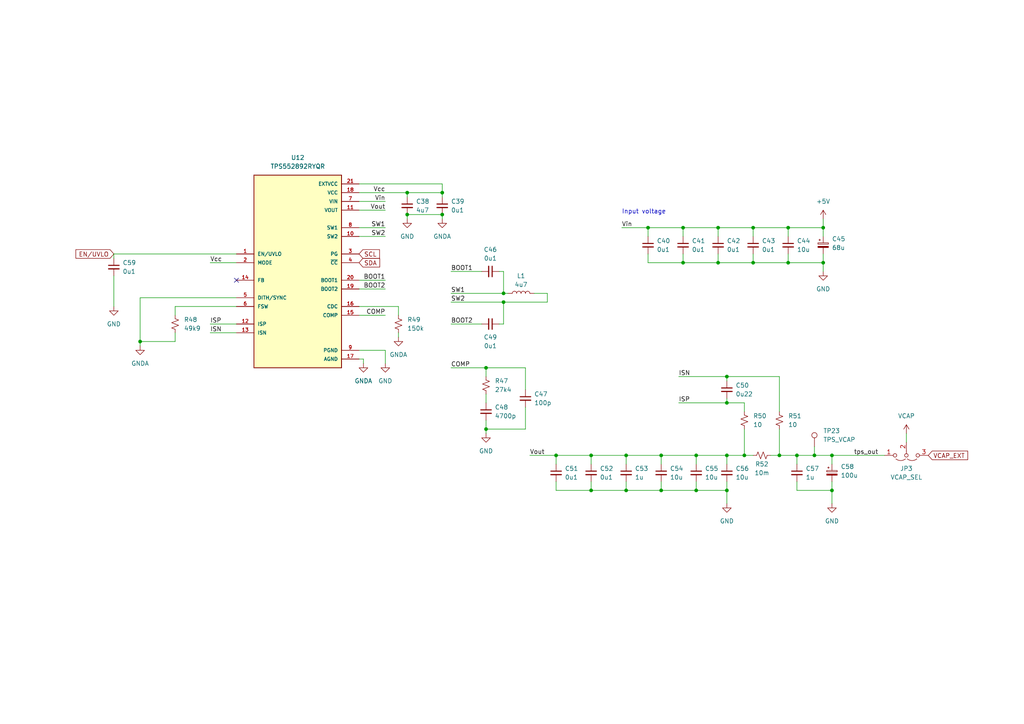
<source format=kicad_sch>
(kicad_sch (version 20230121) (generator eeschema)
  (paper "A4")
  (lib_symbols
    (symbol "Connector:TestPoint" (pin_numbers hide) (pin_names (offset 0.762) hide)
      (property "Reference" "TP" (at 0 6.858 0))
      (property "Value" "TestPoint" (at 0 5.08 0))
      (symbol "TestPoint_0_1"
        (circle (center 0 3.302) (radius 0.762))
      )
      (symbol "TestPoint_1_1"
        (pin passive line (at 0 0 90) (length 2.54) (name "1") (number "1"))
      )
    )
    (symbol "DW_custom_symbols:TPS552892RYQR" (pin_names (offset 1.016))
      (property "Reference" "U" (at -12.7 30.48 0))
      (property "Value" "TPS552892RYQR" (at -12.7 -30.48 0))
      (symbol "TPS552892RYQR_0_0"
        (rectangle (start -12.7 -27.94) (end 12.7 27.94) (stroke (width 0.254)) (fill (type background)))
        (pin input line (at -17.78 5.08 0) (length 5.08) (name "EN/UVLO") (number "1"))
        (pin power_in line (at 17.78 10.16 180) (length 5.08) (name "SW2") (number "10"))
        (pin power_in line (at 17.78 17.78 180) (length 5.08) (name "VOUT") (number "11"))
        (pin input line (at -17.78 -15.24 0) (length 5.08) (name "ISP") (number "12"))
        (pin input line (at -17.78 -17.78 0) (length 5.08) (name "ISN") (number "13"))
        (pin input line (at -17.78 -2.54 0) (length 5.08) (name "FB") (number "14"))
        (pin output line (at 17.78 -12.7 180) (length 5.08) (name "COMP") (number "15"))
        (pin output line (at 17.78 -10.16 180) (length 5.08) (name "CDC") (number "16"))
        (pin power_in line (at 17.78 -25.4 180) (length 5.08) (name "AGND") (number "17"))
        (pin power_in line (at 17.78 22.86 180) (length 5.08) (name "VCC") (number "18"))
        (pin output line (at 17.78 -5.08 180) (length 5.08) (name "BOOT2") (number "19"))
        (pin input line (at -17.78 2.54 0) (length 5.08) (name "MODE") (number "2"))
        (pin output line (at 17.78 -2.54 180) (length 5.08) (name "BOOT1") (number "20"))
        (pin power_in line (at 17.78 25.4 180) (length 5.08) (name "EXTVCC") (number "21"))
        (pin output line (at 17.78 5.08 180) (length 5.08) (name "PG") (number "3"))
        (pin output line (at 17.78 2.54 180) (length 5.08) (name "~{CC}") (number "4"))
        (pin input line (at -17.78 -7.62 0) (length 5.08) (name "DITH/SYNC") (number "5"))
        (pin input line (at -17.78 -10.16 0) (length 5.08) (name "FSW") (number "6"))
        (pin power_in line (at 17.78 20.32 180) (length 5.08) (name "VIN") (number "7"))
        (pin power_in line (at 17.78 12.7 180) (length 5.08) (name "SW1") (number "8"))
        (pin power_in line (at 17.78 -22.86 180) (length 5.08) (name "PGND") (number "9"))
      )
    )
    (symbol "Device:C_Polarized_Small" (pin_numbers hide) (pin_names (offset 0.254) hide)
      (property "Reference" "C" (at 0.254 1.778 0))
      (property "Value" "C_Polarized_Small" (at 0.254 -2.032 0))
      (symbol "C_Polarized_Small_0_1"
        (rectangle (start -1.524 -0.3048) (end 1.524 -0.6858) (fill (type outline)))
        (rectangle (start -1.524 0.6858) (end 1.524 0.3048))
        (polyline (pts (xy -1.27 1.524) (xy -0.762 1.524)))
        (polyline (pts (xy -1.016 1.27) (xy -1.016 1.778)))
      )
      (symbol "C_Polarized_Small_1_1"
        (pin passive line (at 0 2.54 270) (length 1.8542) (name "~") (number "1"))
        (pin passive line (at 0 -2.54 90) (length 1.8542) (name "~") (number "2"))
      )
    )
    (symbol "Device:C_Small" (pin_numbers hide) (pin_names (offset 0.254) hide)
      (property "Reference" "C" (at 0.254 1.778 0))
      (property "Value" "C_Small" (at 0.254 -2.032 0))
      (symbol "C_Small_0_1"
        (polyline (pts (xy -1.524 -0.508) (xy 1.524 -0.508)) (stroke (width 0.3302)))
        (polyline (pts (xy -1.524 0.508) (xy 1.524 0.508)) (stroke (width 0.3048)))
      )
      (symbol "C_Small_1_1"
        (pin passive line (at 0 2.54 270) (length 2.032) (name "~") (number "1"))
        (pin passive line (at 0 -2.54 90) (length 2.032) (name "~") (number "2"))
      )
    )
    (symbol "Device:L" (pin_numbers hide) (pin_names (offset 1.016) hide)
      (property "Reference" "L" (at -1.27 0 90))
      (property "Value" "L" (at 1.905 0 90))
      (symbol "L_0_1"
        (arc (start 0 -2.54) (mid 0.6323 -1.905) (end 0 -1.27))
        (arc (start 0 -1.27) (mid 0.6323 -0.635) (end 0 0))
        (arc (start 0 0) (mid 0.6323 0.635) (end 0 1.27))
        (arc (start 0 1.27) (mid 0.6323 1.905) (end 0 2.54))
      )
      (symbol "L_1_1"
        (pin passive line (at 0 3.81 270) (length 1.27) (name "1") (number "1"))
        (pin passive line (at 0 -3.81 90) (length 1.27) (name "2") (number "2"))
      )
    )
    (symbol "Device:R_Small_US" (pin_numbers hide) (pin_names (offset 0.254) hide)
      (property "Reference" "R" (at 0.762 0.508 0))
      (property "Value" "R_Small_US" (at 0.762 -1.016 0))
      (symbol "R_Small_US_1_1"
        (polyline (pts (xy 0 0) (xy 1.016 -0.381) (xy 0 -0.762) (xy -1.016 -1.143) (xy 0 -1.524)))
        (polyline (pts (xy 0 1.524) (xy 1.016 1.143) (xy 0 0.762) (xy -1.016 0.381) (xy 0 0)))
        (pin passive line (at 0 2.54 270) (length 1.016) (name "~") (number "1"))
        (pin passive line (at 0 -2.54 90) (length 1.016) (name "~") (number "2"))
      )
    )
    (symbol "Jumper:Jumper_3_Open" (pin_names (offset 0) hide)
      (property "Reference" "JP" (at -2.54 -2.54 0))
      (property "Value" "Jumper_3_Open" (at 0 2.794 0))
      (symbol "Jumper_3_Open_0_0"
        (circle (center -3.302 0) (radius 0.508))
        (circle (center 0 0) (radius 0.508))
        (circle (center 3.302 0) (radius 0.508))
      )
      (symbol "Jumper_3_Open_0_1"
        (arc (start -0.254 1.016) (mid -1.651 1.4992) (end -3.048 1.016))
        (polyline (pts (xy 0 -0.508) (xy 0 -1.27)))
        (arc (start 3.048 1.016) (mid 1.651 1.4992) (end 0.254 1.016))
      )
      (symbol "Jumper_3_Open_1_1"
        (pin passive line (at -6.35 0 0) (length 2.54) (name "A") (number "1"))
        (pin passive line (at 0 -3.81 90) (length 2.54) (name "C") (number "2"))
        (pin passive line (at 6.35 0 180) (length 2.54) (name "B") (number "3"))
      )
    )
    (symbol "VBUS_2" (power) (pin_names (offset 0))
      (property "Value" "VBUS_2" (at 0 5.08 0))
      (symbol "VBUS_2_0_1"
        (polyline (pts (xy -0.762 1.27) (xy 0 2.54)))
        (polyline (pts (xy 0 0) (xy 0 2.54)))
        (polyline (pts (xy 0 2.54) (xy 0.762 1.27)))
      )
      (symbol "VBUS_2_1_1"
        (pin power_in line (at 0 0 90) (length 0) hide (name "VCAP") (number "1"))
      )
    )
    (symbol "power:+5V" (power) (pin_names (offset 0))
      (property "Value" "+5V" (at 0 3.556 0))
      (symbol "+5V_0_1"
        (polyline (pts (xy -0.762 1.27) (xy 0 2.54)))
        (polyline (pts (xy 0 0) (xy 0 2.54)))
        (polyline (pts (xy 0 2.54) (xy 0.762 1.27)))
      )
      (symbol "+5V_1_1"
        (pin power_in line (at 0 0 90) (length 0) hide (name "+5V") (number "1"))
      )
    )
    (symbol "power:GND" (power) (pin_names (offset 0))
      (property "Value" "GND" (at 0 -3.81 0))
      (symbol "GND_0_1"
        (polyline (pts (xy 0 0) (xy 0 -1.27) (xy 1.27 -1.27) (xy 0 -2.54) (xy -1.27 -1.27) (xy 0 -1.27)))
      )
      (symbol "GND_1_1"
        (pin power_in line (at 0 0 270) (length 0) hide (name "GND") (number "1"))
      )
    )
    (symbol "power:GNDA" (power) (pin_names (offset 0))
      (property "Value" "GNDA" (at 0 -3.81 0))
      (symbol "GNDA_0_1"
        (polyline (pts (xy 0 0) (xy 0 -1.27) (xy 1.27 -1.27) (xy 0 -2.54) (xy -1.27 -1.27) (xy 0 -1.27)))
      )
      (symbol "GNDA_1_1"
        (pin power_in line (at 0 0 270) (length 0) hide (name "GNDA") (number "1"))
      )
    )
  )
  (junction (at 146.05 87.63))
  (junction (at 187.96 66.04))
  (junction (at 238.76 66.04))
  (junction (at 238.76 76.2))
  (junction (at 241.3 142.24))
  (junction (at 181.61 142.24))
  (junction (at 146.05 85.09))
  (junction (at 215.9 132.08))
  (junction (at 210.82 116.84))
  (junction (at 161.29 132.08))
  (junction (at 198.12 66.04))
  (junction (at 210.82 142.24))
  (junction (at 128.27 55.88))
  (junction (at 201.93 142.24))
  (junction (at 201.93 132.08))
  (junction (at 118.11 62.23))
  (junction (at 241.3 132.08))
  (junction (at 226.06 132.08))
  (junction (at 140.97 106.68))
  (junction (at 236.22 132.08))
  (junction (at 208.28 76.2))
  (junction (at 171.45 132.08))
  (junction (at 140.97 124.46))
  (junction (at 191.77 132.08))
  (junction (at 218.44 66.04))
  (junction (at 171.45 142.24))
  (junction (at 210.82 132.08))
  (junction (at 228.6 76.2))
  (junction (at 208.28 66.04))
  (junction (at 228.6 66.04))
  (junction (at 198.12 76.2))
  (junction (at 191.77 142.24))
  (junction (at 218.44 76.2))
  (junction (at 40.64 99.06))
  (junction (at 128.27 62.23))
  (junction (at 231.14 132.08))
  (junction (at 118.11 55.88))
  (junction (at 210.82 109.22))
  (junction (at 181.61 132.08))
  (no_connect (at 68.58 81.28))
  (wire (pts (xy 191.77 132.08) (xy 181.61 132.08)))
  (wire (pts (xy 218.44 76.2) (xy 228.6 76.2)))
  (wire (pts (xy 118.11 62.23) (xy 128.27 62.23)))
  (wire (pts (xy 238.76 76.2) (xy 238.76 78.74)))
  (wire (pts (xy 40.64 86.36) (xy 40.64 99.06)))
  (wire (pts (xy 210.82 142.24) (xy 201.93 142.24)))
  (wire (pts (xy 208.28 66.04) (xy 208.28 68.58)))
  (wire (pts (xy 40.64 86.36) (xy 68.58 86.36)))
  (wire (pts (xy 128.27 62.23) (xy 128.27 63.5)))
  (wire (pts (xy 187.96 66.04) (xy 187.96 68.58)))
  (wire (pts (xy 191.77 139.7) (xy 191.77 142.24)))
  (wire (pts (xy 111.76 101.6) (xy 104.14 101.6)))
  (wire (pts (xy 130.81 78.74) (xy 139.7 78.74)))
  (wire (pts (xy 105.41 105.41) (xy 105.41 104.14)))
  (wire (pts (xy 130.81 93.98) (xy 139.7 93.98)))
  (wire (pts (xy 105.41 104.14) (xy 104.14 104.14)))
  (wire (pts (xy 130.81 87.63) (xy 146.05 87.63)))
  (wire (pts (xy 196.85 109.22) (xy 210.82 109.22)))
  (wire (pts (xy 223.52 132.08) (xy 226.06 132.08)))
  (wire (pts (xy 238.76 63.5) (xy 238.76 66.04)))
  (wire (pts (xy 152.4 106.68) (xy 140.97 106.68)))
  (wire (pts (xy 241.3 132.08) (xy 256.54 132.08)))
  (wire (pts (xy 231.14 139.7) (xy 231.14 142.24)))
  (wire (pts (xy 104.14 68.58) (xy 111.76 68.58)))
  (wire (pts (xy 111.76 91.44) (xy 104.14 91.44)))
  (wire (pts (xy 210.82 116.84) (xy 215.9 116.84)))
  (wire (pts (xy 146.05 93.98) (xy 146.05 87.63)))
  (wire (pts (xy 181.61 142.24) (xy 191.77 142.24)))
  (wire (pts (xy 130.81 106.68) (xy 140.97 106.68)))
  (wire (pts (xy 198.12 76.2) (xy 208.28 76.2)))
  (wire (pts (xy 161.29 132.08) (xy 161.29 134.62)))
  (wire (pts (xy 181.61 132.08) (xy 181.61 134.62)))
  (wire (pts (xy 118.11 57.15) (xy 118.11 55.88)))
  (wire (pts (xy 215.9 124.46) (xy 215.9 132.08)))
  (wire (pts (xy 218.44 66.04) (xy 218.44 68.58)))
  (wire (pts (xy 236.22 129.54) (xy 236.22 132.08)))
  (wire (pts (xy 210.82 142.24) (xy 210.82 146.05)))
  (wire (pts (xy 115.57 91.44) (xy 115.57 88.9)))
  (wire (pts (xy 210.82 134.62) (xy 210.82 132.08)))
  (wire (pts (xy 226.06 119.38) (xy 226.06 109.22)))
  (wire (pts (xy 241.3 142.24) (xy 241.3 146.05)))
  (wire (pts (xy 104.14 66.04) (xy 111.76 66.04)))
  (wire (pts (xy 152.4 118.11) (xy 152.4 124.46)))
  (wire (pts (xy 33.02 73.66) (xy 68.58 73.66)))
  (wire (pts (xy 50.8 88.9) (xy 50.8 91.44)))
  (wire (pts (xy 210.82 109.22) (xy 226.06 109.22)))
  (wire (pts (xy 152.4 113.03) (xy 152.4 106.68)))
  (wire (pts (xy 226.06 132.08) (xy 231.14 132.08)))
  (wire (pts (xy 161.29 132.08) (xy 153.67 132.08)))
  (wire (pts (xy 238.76 66.04) (xy 228.6 66.04)))
  (wire (pts (xy 218.44 66.04) (xy 208.28 66.04)))
  (wire (pts (xy 128.27 55.88) (xy 128.27 57.15)))
  (wire (pts (xy 111.76 83.82) (xy 104.14 83.82)))
  (wire (pts (xy 215.9 119.38) (xy 215.9 116.84)))
  (wire (pts (xy 201.93 132.08) (xy 191.77 132.08)))
  (wire (pts (xy 187.96 73.66) (xy 187.96 76.2)))
  (wire (pts (xy 158.75 85.09) (xy 158.75 87.63)))
  (wire (pts (xy 115.57 96.52) (xy 115.57 97.79)))
  (wire (pts (xy 187.96 76.2) (xy 198.12 76.2)))
  (wire (pts (xy 118.11 55.88) (xy 128.27 55.88)))
  (wire (pts (xy 215.9 132.08) (xy 218.44 132.08)))
  (wire (pts (xy 231.14 132.08) (xy 231.14 134.62)))
  (wire (pts (xy 111.76 105.41) (xy 111.76 101.6)))
  (wire (pts (xy 196.85 116.84) (xy 210.82 116.84)))
  (wire (pts (xy 40.64 99.06) (xy 50.8 99.06)))
  (wire (pts (xy 198.12 73.66) (xy 198.12 76.2)))
  (wire (pts (xy 104.14 60.96) (xy 111.76 60.96)))
  (wire (pts (xy 161.29 139.7) (xy 161.29 142.24)))
  (wire (pts (xy 208.28 73.66) (xy 208.28 76.2)))
  (wire (pts (xy 140.97 121.92) (xy 140.97 124.46)))
  (wire (pts (xy 210.82 109.22) (xy 210.82 110.49)))
  (wire (pts (xy 236.22 132.08) (xy 241.3 132.08)))
  (wire (pts (xy 191.77 132.08) (xy 191.77 134.62)))
  (wire (pts (xy 111.76 81.28) (xy 104.14 81.28)))
  (wire (pts (xy 228.6 66.04) (xy 228.6 68.58)))
  (wire (pts (xy 231.14 132.08) (xy 236.22 132.08)))
  (wire (pts (xy 33.02 80.01) (xy 33.02 88.9)))
  (wire (pts (xy 50.8 96.52) (xy 50.8 99.06)))
  (wire (pts (xy 198.12 66.04) (xy 198.12 68.58)))
  (wire (pts (xy 228.6 76.2) (xy 238.76 76.2)))
  (wire (pts (xy 201.93 132.08) (xy 201.93 134.62)))
  (wire (pts (xy 191.77 142.24) (xy 201.93 142.24)))
  (wire (pts (xy 218.44 73.66) (xy 218.44 76.2)))
  (wire (pts (xy 210.82 115.57) (xy 210.82 116.84)))
  (wire (pts (xy 130.81 85.09) (xy 146.05 85.09)))
  (wire (pts (xy 226.06 124.46) (xy 226.06 132.08)))
  (wire (pts (xy 238.76 73.66) (xy 238.76 76.2)))
  (wire (pts (xy 171.45 132.08) (xy 161.29 132.08)))
  (wire (pts (xy 146.05 87.63) (xy 158.75 87.63)))
  (wire (pts (xy 208.28 66.04) (xy 198.12 66.04)))
  (wire (pts (xy 154.94 85.09) (xy 158.75 85.09)))
  (wire (pts (xy 171.45 139.7) (xy 171.45 142.24)))
  (wire (pts (xy 228.6 66.04) (xy 218.44 66.04)))
  (wire (pts (xy 140.97 106.68) (xy 140.97 109.22)))
  (wire (pts (xy 180.34 66.04) (xy 187.96 66.04)))
  (wire (pts (xy 152.4 124.46) (xy 140.97 124.46)))
  (wire (pts (xy 146.05 85.09) (xy 147.32 85.09)))
  (wire (pts (xy 210.82 139.7) (xy 210.82 142.24)))
  (wire (pts (xy 231.14 142.24) (xy 241.3 142.24)))
  (wire (pts (xy 241.3 132.08) (xy 241.3 134.62)))
  (wire (pts (xy 241.3 142.24) (xy 241.3 139.7)))
  (wire (pts (xy 140.97 114.3) (xy 140.97 116.84)))
  (wire (pts (xy 171.45 132.08) (xy 171.45 134.62)))
  (wire (pts (xy 146.05 78.74) (xy 146.05 85.09)))
  (wire (pts (xy 115.57 88.9) (xy 104.14 88.9)))
  (wire (pts (xy 60.96 93.98) (xy 68.58 93.98)))
  (wire (pts (xy 208.28 76.2) (xy 218.44 76.2)))
  (wire (pts (xy 104.14 53.34) (xy 128.27 53.34)))
  (wire (pts (xy 181.61 132.08) (xy 171.45 132.08)))
  (wire (pts (xy 140.97 124.46) (xy 140.97 125.73)))
  (wire (pts (xy 128.27 53.34) (xy 128.27 55.88)))
  (wire (pts (xy 210.82 132.08) (xy 215.9 132.08)))
  (wire (pts (xy 161.29 142.24) (xy 171.45 142.24)))
  (wire (pts (xy 228.6 73.66) (xy 228.6 76.2)))
  (wire (pts (xy 171.45 142.24) (xy 181.61 142.24)))
  (wire (pts (xy 60.96 96.52) (xy 68.58 96.52)))
  (wire (pts (xy 118.11 62.23) (xy 118.11 63.5)))
  (wire (pts (xy 144.78 78.74) (xy 146.05 78.74)))
  (wire (pts (xy 144.78 93.98) (xy 146.05 93.98)))
  (wire (pts (xy 198.12 66.04) (xy 187.96 66.04)))
  (wire (pts (xy 238.76 68.58) (xy 238.76 66.04)))
  (wire (pts (xy 210.82 132.08) (xy 201.93 132.08)))
  (wire (pts (xy 104.14 58.42) (xy 111.76 58.42)))
  (wire (pts (xy 181.61 139.7) (xy 181.61 142.24)))
  (wire (pts (xy 201.93 139.7) (xy 201.93 142.24)))
  (wire (pts (xy 33.02 73.66) (xy 33.02 74.93)))
  (wire (pts (xy 40.64 99.06) (xy 40.64 100.33)))
  (wire (pts (xy 104.14 55.88) (xy 118.11 55.88)))
  (wire (pts (xy 68.58 88.9) (xy 50.8 88.9)))
  (wire (pts (xy 262.89 125.73) (xy 262.89 128.27)))
  (wire (pts (xy 60.96 76.2) (xy 68.58 76.2)))
  (text "Input voltage" (at 180.34 62.23 0) (effects (font (size 1.27 1.27)) (justify left bottom)))
  (label "Vcc" (at 111.76 55.88 180))
  (label "SW1" (at 130.81 85.09 0))
  (label "COMP" (at 111.76 91.44 180))
  (label "Vout" (at 111.76 60.96 180))
  (label "ISP" (at 196.85 116.84 0))
  (label "SW2" (at 130.81 87.63 0))
  (label "ISN" (at 60.96 96.52 0))
  (label "ISN" (at 196.85 109.22 0))
  (label "Vout" (at 153.67 132.08 0))
  (label "SW2" (at 111.76 68.58 180))
  (label "BOOT1" (at 111.76 81.28 180))
  (label "ISP" (at 60.96 93.98 0))
  (label "BOOT2" (at 111.76 83.82 180))
  (label "tps_out" (at 247.65 132.08 0))
  (label "BOOT2" (at 130.81 93.98 0))
  (label "SW1" (at 111.76 66.04 180))
  (label "COMP" (at 130.81 106.68 0))
  (label "BOOT1" (at 130.81 78.74 0))
  (label "Vcc" (at 60.96 76.2 0))
  (label "Vin" (at 111.76 58.42 180))
  (label "Vin" (at 180.34 66.04 0))
  (global_label "SDA" (shape input) (at 104.14 76.2 0) (property "Intersheetrefs" "${INTERSHEET_REFS}" (effects hide)))
  (global_label "SCL" (shape input) (at 104.14 73.66 0) (property "Intersheetrefs" "${INTERSHEET_REFS}" (effects hide)))
  (global_label "VCAP_EXT" (shape input) (at 269.24 132.08 0) (property "Intersheetrefs" "${INTERSHEET_REFS}" (effects hide)))
  (global_label "EN{slash}UVLO" (shape input) (at 33.02 73.66 180) (property "Intersheetrefs" "${INTERSHEET_REFS}" (effects hide)))
  (symbol (lib_id "Device:C_Polarized_Small") (at 241.3 137.16 0) (unit 1)
    (property "Reference" "C58" (at 243.84 135.3439 0) (effects (justify left)))
    (property "Value" "100u" (at 243.84 137.8839 0) (effects (justify left)))
    (property "Footprint" "Capacitor_SMD:CP_Elec_6.3x5.8" (effects hide))
    (property "Part No." "EEHZK1V101XP " (effects hide))
  )
  (symbol (lib_id "Device:C_Small") (at 161.29 137.16 0) (unit 1)
    (property "Reference" "C51" (at 163.83 135.8963 0) (effects (justify left)))
    (property "Value" "0u1" (at 163.83 138.4363 0) (effects (justify left)))
    (property "Footprint" "Capacitor_SMD:C_0603_1608Metric_Pad1.08x0.95mm_HandSolder" (effects hide))
  )
  (symbol (lib_name "VBUS_2") (lib_id "power:VBUS") (at 262.89 125.73 0) (unit 1)
    (property "Reference" "#PWR037" (effects hide))
    (property "Value" "VCAP" (at 262.89 120.65 0))
    (instances (project "kicad_pulse_supply-rev-C" (path "" (reference "#PWR037") (unit 1)) (path "" (reference "#PWR081") (unit 1))))
  )
  (symbol (lib_id "power:GNDA") (at 105.41 105.41 0) (unit 1)
    (property "Reference" "#PWR079" (effects hide))
    (property "Value" "GNDA" (at 105.41 110.49 0))
  )
  (symbol (lib_id "Device:C_Small") (at 181.61 137.16 0) (unit 1)
    (property "Reference" "C53" (at 184.15 135.8963 0) (effects (justify left)))
    (property "Value" "1u" (at 184.15 138.4363 0) (effects (justify left)))
    (property "Footprint" "Capacitor_SMD:C_0603_1608Metric_Pad1.08x0.95mm_HandSolder" (effects hide))
  )
  (symbol (lib_id "Device:C_Small") (at 152.4 115.57 0) (unit 1)
    (property "Reference" "C47" (at 154.94 114.3063 0) (effects (justify left)))
    (property "Value" "100p" (at 154.94 116.8463 0) (effects (justify left)))
    (property "Footprint" "Capacitor_SMD:C_0402_1005Metric_Pad0.74x0.62mm_HandSolder" (effects hide))
    (property "Part No." "CGA2B2C0G1H101J" (effects hide))
  )
  (symbol (lib_id "Device:C_Small") (at 191.77 137.16 0) (unit 1)
    (property "Reference" "C54" (at 194.31 135.8963 0) (effects (justify left)))
    (property "Value" "10u" (at 194.31 138.4363 0) (effects (justify left)))
    (property "Footprint" "Capacitor_SMD:C_1206_3216Metric_Pad1.33x1.80mm_HandSolder" (effects hide))
  )
  (symbol (lib_id "power:GNDA") (at 128.27 63.5 0) (unit 1)
    (property "Reference" "#PWR073" (effects hide))
    (property "Value" "GNDA" (at 128.27 68.58 0))
  )
  (symbol (lib_id "power:GND") (at 118.11 63.5 0) (unit 1)
    (property "Reference" "#PWR072" (effects hide))
    (property "Value" "GND" (at 118.11 68.58 0))
  )
  (symbol (lib_id "Connector:TestPoint") (at 236.22 129.54 0) (unit 1)
    (property "Reference" "TP23" (at 238.76 124.968 0) (effects (justify left)))
    (property "Value" "TPS_VCAP" (at 238.76 127.508 0) (effects (justify left)))
    (property "Footprint" "TestPoint:TestPoint_Pad_D2.5mm" (effects hide))
  )
  (symbol (lib_id "power:GND") (at 140.97 125.73 0) (unit 1)
    (property "Reference" "#PWR078" (effects hide))
    (property "Value" "GND" (at 140.97 130.81 0))
  )
  (symbol (lib_id "power:GND") (at 210.82 146.05 0) (unit 1)
    (property "Reference" "#PWR082" (effects hide))
    (property "Value" "GND" (at 210.82 151.13 0))
  )
  (symbol (lib_id "Device:C_Small") (at 208.28 71.12 0) (unit 1)
    (property "Reference" "C42" (at 210.82 69.8563 0) (effects (justify left)))
    (property "Value" "0u1" (at 210.82 72.3963 0) (effects (justify left)))
    (property "Footprint" "Capacitor_SMD:C_0603_1608Metric_Pad1.08x0.95mm_HandSolder" (effects hide))
  )
  (symbol (lib_id "DW_custom_symbols:TPS552892RYQR") (at 86.36 78.74 0) (unit 1)
    (property "Reference" "U12" (at 86.36 45.72 0))
    (property "Value" "TPS552892RYQR" (at 86.36 48.26 0))
    (property "Footprint" "DW_Library:CONV_TPS552892RYQR" (effects hide))
    (property "MF" "Texas Instruments" (effects hide))
    (property "MAXIMUM_PACKAGE_HEIGHT" "1.00mm" (effects hide))
    (property "Package" "None" (effects hide))
    (property "Price" "None" (effects hide))
    (property "Check_prices" "https://www.snapeda.com/parts/TPS552892RYQR/Texas+Instruments/view-part/?ref=eda" (effects hide))
    (property "STANDARD" "Manufacturer Recommendations" (effects hide))
    (property "PARTREV" "A" (effects hide))
    (property "SnapEDA_Link" "https://www.snapeda.com/parts/TPS552892RYQR/Texas+Instruments/view-part/?ref=snap" (effects hide))
    (property "MP" "TPS552892RYQR" (effects hide))
    (property "Purchase-URL" "https://www.snapeda.com/api/url_track_click_mouser/?unipart_id=13805360&manufacturer=Texas Instruments&part_name=TPS552892RYQR&search_term=tps55289" (effects hide))
    (property "Description" "\nBuck-Boost Switching Regulator IC Positive Programmable 0.8V 1 Output 5A 21-PowerVFQFN\n" (effects hide))
    (property "Availability" "In Stock" (effects hide))
    (property "MANUFACTURER" "Texas Instruments" (effects hide))
  )
  (symbol (lib_id "power:GNDA") (at 115.57 97.79 0) (unit 1)
    (property "Reference" "#PWR076" (effects hide))
    (property "Value" "GNDA" (at 115.57 102.87 0))
  )
  (symbol (lib_id "power:GND") (at 241.3 146.05 0) (unit 1)
    (property "Reference" "#PWR083" (effects hide))
    (property "Value" "GND" (at 241.3 151.13 0))
  )
  (symbol (lib_id "Device:C_Small") (at 187.96 71.12 0) (unit 1)
    (property "Reference" "C40" (at 190.5 69.8563 0) (effects (justify left)))
    (property "Value" "0u1" (at 190.5 72.3963 0) (effects (justify left)))
    (property "Footprint" "Capacitor_SMD:C_0603_1608Metric_Pad1.08x0.95mm_HandSolder" (effects hide))
  )
  (symbol (lib_id "Device:C_Small") (at 210.82 137.16 0) (unit 1)
    (property "Reference" "C56" (at 213.36 135.8963 0) (effects (justify left)))
    (property "Value" "10u" (at 213.36 138.4363 0) (effects (justify left)))
    (property "Footprint" "Capacitor_SMD:C_1206_3216Metric_Pad1.33x1.80mm_HandSolder" (effects hide))
  )
  (symbol (lib_id "power:GND") (at 33.02 88.9 0) (unit 1)
    (property "Reference" "#PWR075" (effects hide))
    (property "Value" "GND" (at 33.02 93.98 0))
  )
  (symbol (lib_id "Device:C_Small") (at 218.44 71.12 0) (unit 1)
    (property "Reference" "C43" (at 220.98 69.8563 0) (effects (justify left)))
    (property "Value" "0u1" (at 220.98 72.3963 0) (effects (justify left)))
    (property "Footprint" "Capacitor_SMD:C_0603_1608Metric_Pad1.08x0.95mm_HandSolder" (effects hide))
  )
  (symbol (lib_id "Device:R_Small_US") (at 50.8 93.98 0) (unit 1)
    (property "Reference" "R48" (at 53.34 92.71 0) (effects (justify left)))
    (property "Value" "49k9" (at 53.34 95.25 0) (effects (justify left)))
    (property "Footprint" "Resistor_SMD:R_0603_1608Metric_Pad0.98x0.95mm_HandSolder" (effects hide))
  )
  (symbol (lib_id "Device:C_Small") (at 142.24 93.98 270) (unit 1)
    (property "Reference" "C49" (at 142.24 97.79 90))
    (property "Value" "0u1" (at 142.24 100.33 90))
    (property "Footprint" "Capacitor_SMD:C_0603_1608Metric_Pad1.08x0.95mm_HandSolder" (effects hide))
  )
  (symbol (lib_id "Device:C_Small") (at 198.12 71.12 0) (unit 1)
    (property "Reference" "C41" (at 200.66 69.8563 0) (effects (justify left)))
    (property "Value" "0u1" (at 200.66 72.3963 0) (effects (justify left)))
    (property "Footprint" "Capacitor_SMD:C_0603_1608Metric_Pad1.08x0.95mm_HandSolder" (effects hide))
  )
  (symbol (lib_id "Device:C_Small") (at 140.97 119.38 0) (unit 1)
    (property "Reference" "C48" (at 143.51 118.1163 0) (effects (justify left)))
    (property "Value" "4700p" (at 143.51 120.6563 0) (effects (justify left)))
    (property "Footprint" "Capacitor_SMD:C_0402_1005Metric_Pad0.74x0.62mm_HandSolder" (effects hide))
    (property "Part No." "CGA2B2X7R1H472K" (effects hide))
  )
  (symbol (lib_id "Device:C_Small") (at 228.6 71.12 0) (unit 1)
    (property "Reference" "C44" (at 231.14 69.8563 0) (effects (justify left)))
    (property "Value" "10u" (at 231.14 72.3963 0) (effects (justify left)))
    (property "Footprint" "Capacitor_SMD:C_1206_3216Metric_Pad1.33x1.80mm_HandSolder" (effects hide))
  )
  (symbol (lib_id "Device:C_Small") (at 201.93 137.16 0) (unit 1)
    (property "Reference" "C55" (at 204.47 135.8963 0) (effects (justify left)))
    (property "Value" "10u" (at 204.47 138.4363 0) (effects (justify left)))
    (property "Footprint" "Capacitor_SMD:C_1206_3216Metric_Pad1.33x1.80mm_HandSolder" (effects hide))
  )
  (symbol (lib_id "Device:R_Small_US") (at 115.57 93.98 0) (unit 1)
    (property "Reference" "R49" (at 118.11 92.71 0) (effects (justify left)))
    (property "Value" "150k" (at 118.11 95.25 0) (effects (justify left)))
    (property "Footprint" "Resistor_SMD:R_0603_1608Metric_Pad0.98x0.95mm_HandSolder" (effects hide))
  )
  (symbol (lib_id "Device:C_Small") (at 171.45 137.16 0) (unit 1)
    (property "Reference" "C52" (at 173.99 135.8963 0) (effects (justify left)))
    (property "Value" "0u1" (at 173.99 138.4363 0) (effects (justify left)))
    (property "Footprint" "Capacitor_SMD:C_0603_1608Metric_Pad1.08x0.95mm_HandSolder" (effects hide))
  )
  (symbol (lib_id "power:GND") (at 111.76 105.41 0) (unit 1)
    (property "Reference" "#PWR080" (effects hide))
    (property "Value" "GND" (at 111.76 110.49 0))
  )
  (symbol (lib_id "Device:L") (at 151.13 85.09 90) (unit 1)
    (property "Reference" "L1" (at 151.13 80.01 90))
    (property "Value" "4u7" (at 151.13 82.55 90))
    (property "Footprint" "Inductor_SMD:L_Coilcraft_XAL7070-XXX" (effects hide))
    (property "Part No." "XAL7070-472MEC" (effects hide))
  )
  (symbol (lib_id "Device:C_Small") (at 128.27 59.69 0) (unit 1)
    (property "Reference" "C39" (at 130.81 58.4263 0) (effects (justify left)))
    (property "Value" "0u1" (at 130.81 60.9663 0) (effects (justify left)))
    (property "Footprint" "Capacitor_SMD:C_0603_1608Metric_Pad1.08x0.95mm_HandSolder" (effects hide))
  )
  (symbol (lib_id "power:+5V") (at 238.76 63.5 0) (unit 1)
    (property "Reference" "#PWR071" (effects hide))
    (property "Value" "+5V" (at 238.76 58.42 0))
  )
  (symbol (lib_id "power:GNDA") (at 40.64 100.33 0) (unit 1)
    (property "Reference" "#PWR077" (effects hide))
    (property "Value" "GNDA" (at 40.64 105.41 0))
  )
  (symbol (lib_id "Device:C_Polarized_Small") (at 238.76 71.12 0) (unit 1)
    (property "Reference" "C45" (at 241.3 69.3039 0) (effects (justify left)))
    (property "Value" "68u" (at 241.3 71.8439 0) (effects (justify left)))
    (property "Footprint" "DW_Library:PCAP_EEHZ_F_PAN" (effects hide))
    (property "Part No." "EEH-ZA1H680P" (effects hide))
  )
  (symbol (lib_id "Device:C_Small") (at 33.02 77.47 0) (unit 1)
    (property "Reference" "C59" (at 35.56 76.2063 0) (effects (justify left)))
    (property "Value" "0u1" (at 35.56 78.7463 0) (effects (justify left)))
    (property "Footprint" "Capacitor_SMD:C_0603_1608Metric_Pad1.08x0.95mm_HandSolder" (effects hide))
  )
  (symbol (lib_id "Device:R_Small_US") (at 220.98 132.08 90) (unit 1)
    (property "Reference" "R52" (at 220.98 134.62 90))
    (property "Value" "10m" (at 220.98 137.16 90))
    (property "Footprint" "Resistor_SMD:R_1206_3216Metric_Pad1.30x1.75mm_HandSolder" (effects hide))
    (property "Part No." "CRF1206-FZ-R010ELF" (effects hide))
  )
  (symbol (lib_id "Device:R_Small_US") (at 226.06 121.92 0) (unit 1)
    (property "Reference" "R51" (at 228.6 120.65 0) (effects (justify left)))
    (property "Value" "10" (at 228.6 123.19 0) (effects (justify left)))
    (property "Footprint" "Resistor_SMD:R_0603_1608Metric_Pad0.98x0.95mm_HandSolder" (effects hide))
  )
  (symbol (lib_id "Jumper:Jumper_3_Open") (at 262.89 132.08 0) (mirror x) (unit 1)
    (property "Reference" "JP3" (at 262.89 135.89 0))
    (property "Value" "VCAP_SEL" (at 262.89 138.43 0))
    (property "Footprint" "DW_Library:custom_jumper" (effects hide))
  )
  (symbol (lib_id "power:GND") (at 238.76 78.74 0) (unit 1)
    (property "Reference" "#PWR074" (effects hide))
    (property "Value" "GND" (at 238.76 83.82 0))
  )
  (symbol (lib_id "Device:C_Small") (at 118.11 59.69 0) (unit 1)
    (property "Reference" "C38" (at 120.65 58.4263 0) (effects (justify left)))
    (property "Value" "4u7" (at 120.65 60.9663 0) (effects (justify left)))
    (property "Footprint" "Capacitor_SMD:C_0603_1608Metric_Pad1.08x0.95mm_HandSolder" (effects hide))
  )
  (symbol (lib_id "Device:C_Small") (at 231.14 137.16 0) (unit 1)
    (property "Reference" "C57" (at 233.68 135.8963 0) (effects (justify left)))
    (property "Value" "1u" (at 233.68 138.4363 0) (effects (justify left)))
    (property "Footprint" "Capacitor_SMD:C_0603_1608Metric_Pad1.08x0.95mm_HandSolder" (effects hide))
  )
  (symbol (lib_id "Device:R_Small_US") (at 140.97 111.76 0) (unit 1)
    (property "Reference" "R47" (at 143.51 110.49 0) (effects (justify left)))
    (property "Value" "27k4" (at 143.51 113.03 0) (effects (justify left)))
    (property "Footprint" "Resistor_SMD:R_0603_1608Metric_Pad0.98x0.95mm_HandSolder" (effects hide))
  )
  (symbol (lib_id "Device:R_Small_US") (at 215.9 121.92 0) (unit 1)
    (property "Reference" "R50" (at 218.44 120.65 0) (effects (justify left)))
    (property "Value" "10" (at 218.44 123.19 0) (effects (justify left)))
    (property "Footprint" "Resistor_SMD:R_0603_1608Metric_Pad0.98x0.95mm_HandSolder" (effects hide))
  )
  (symbol (lib_id "Device:C_Small") (at 142.24 78.74 270) (unit 1)
    (property "Reference" "C46" (at 142.2336 72.39 90))
    (property "Value" "0u1" (at 142.2336 74.93 90))
    (property "Footprint" "Capacitor_SMD:C_0603_1608Metric_Pad1.08x0.95mm_HandSolder" (effects hide))
  )
  (symbol (lib_id "Device:C_Small") (at 210.82 113.03 0) (unit 1)
    (property "Reference" "C50" (at 213.36 111.7663 0) (effects (justify left)))
    (property "Value" "0u22" (at 213.36 114.3063 0) (effects (justify left)))
    (property "Footprint" "Capacitor_SMD:C_0603_1608Metric_Pad1.08x0.95mm_HandSolder" (effects hide))
  )
)
</source>
